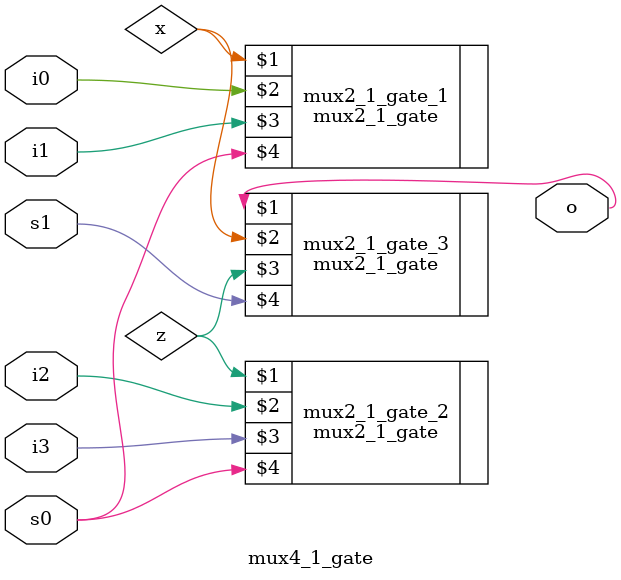
<source format=v>
module mux4_1_gate(o,i0,i1,i2,i3,s0,s1);
input i0,i1,i2,i3,s0,s1;
output o;
wire x,z;
mux2_1_gate mux2_1_gate_1(x,i0,i1,s0);
mux2_1_gate mux2_1_gate_2(z,i2,i3,s0);
mux2_1_gate mux2_1_gate_3(o,x,z,s1);
endmodule


</source>
